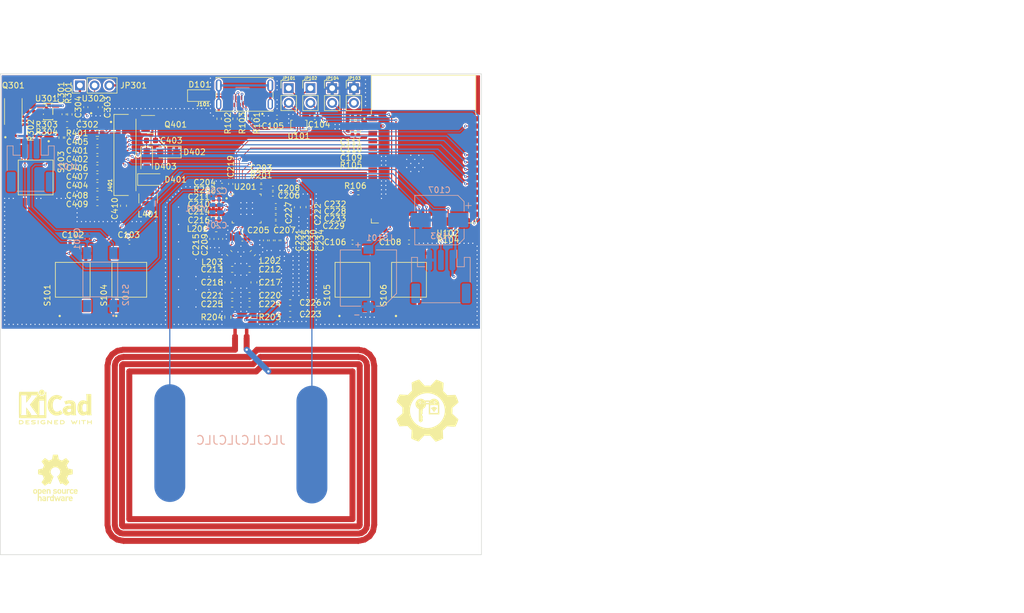
<source format=kicad_pcb>
(kicad_pcb (version 20211014) (generator pcbnew)

  (general
    (thickness 1.59)
  )

  (paper "A4")
  (layers
    (0 "F.Cu" signal)
    (1 "In1.Cu" power)
    (2 "In2.Cu" power)
    (31 "B.Cu" signal)
    (32 "B.Adhes" user "B.Adhesive")
    (33 "F.Adhes" user "F.Adhesive")
    (34 "B.Paste" user)
    (35 "F.Paste" user)
    (36 "B.SilkS" user "B.Silkscreen")
    (37 "F.SilkS" user "F.Silkscreen")
    (38 "B.Mask" user)
    (39 "F.Mask" user)
    (40 "Dwgs.User" user "User.Drawings")
    (41 "Cmts.User" user "User.Comments")
    (42 "Eco1.User" user "User.Eco1")
    (43 "Eco2.User" user "User.Eco2")
    (44 "Edge.Cuts" user)
    (45 "Margin" user)
    (46 "B.CrtYd" user "B.Courtyard")
    (47 "F.CrtYd" user "F.Courtyard")
    (48 "B.Fab" user)
    (49 "F.Fab" user)
    (50 "User.1" user)
    (51 "User.2" user)
    (52 "User.3" user)
    (53 "User.4" user)
    (54 "User.5" user)
    (55 "User.6" user)
    (56 "User.7" user)
    (57 "User.8" user)
    (58 "User.9" user)
  )

  (setup
    (stackup
      (layer "F.SilkS" (type "Top Silk Screen") (color "White"))
      (layer "F.Paste" (type "Top Solder Paste"))
      (layer "F.Mask" (type "Top Solder Mask") (color "Green") (thickness 0.01))
      (layer "F.Cu" (type "copper") (thickness 0.035))
      (layer "dielectric 1" (type "core") (thickness 0.2) (material "FR4") (epsilon_r 4.6) (loss_tangent 0.02))
      (layer "In1.Cu" (type "copper") (thickness 0.0175))
      (layer "dielectric 2" (type "prepreg") (thickness 1.065) (material "FR4") (epsilon_r 4.6) (loss_tangent 0.02))
      (layer "In2.Cu" (type "copper") (thickness 0.0175))
      (layer "dielectric 3" (type "core") (thickness 0.2) (material "FR4") (epsilon_r 4.6) (loss_tangent 0.02))
      (layer "B.Cu" (type "copper") (thickness 0.035))
      (layer "B.Mask" (type "Bottom Solder Mask") (color "Green") (thickness 0.01))
      (layer "B.Paste" (type "Bottom Solder Paste"))
      (layer "B.SilkS" (type "Bottom Silk Screen") (color "White"))
      (copper_finish "ENIG")
      (dielectric_constraints yes)
    )
    (pad_to_mask_clearance 0.05)
    (solder_mask_min_width 0.2)
    (pcbplotparams
      (layerselection 0x00010fc_ffffffff)
      (disableapertmacros false)
      (usegerberextensions true)
      (usegerberattributes true)
      (usegerberadvancedattributes true)
      (creategerberjobfile true)
      (svguseinch false)
      (svgprecision 6)
      (excludeedgelayer true)
      (plotframeref false)
      (viasonmask false)
      (mode 1)
      (useauxorigin false)
      (hpglpennumber 1)
      (hpglpenspeed 20)
      (hpglpendiameter 15.000000)
      (dxfpolygonmode true)
      (dxfimperialunits true)
      (dxfusepcbnewfont true)
      (psnegative false)
      (psa4output false)
      (plotreference true)
      (plotvalue true)
      (plotinvisibletext false)
      (sketchpadsonfab false)
      (subtractmaskfromsilk true)
      (outputformat 1)
      (mirror false)
      (drillshape 0)
      (scaleselection 1)
      (outputdirectory "out/")
    )
  )

  (net 0 "")
  (net 1 "Net-(AE202-Pad1)")
  (net 2 "Net-(AE202-Pad2)")
  (net 3 "GND")
  (net 4 "+3V3")
  (net 5 "Net-(C404-Pad2)")
  (net 6 "Net-(C405-Pad2)")
  (net 7 "Net-(C406-Pad2)")
  (net 8 "Net-(C407-Pad2)")
  (net 9 "Net-(C408-Pad2)")
  (net 10 "Net-(C409-Pad2)")
  (net 11 "Net-(C410-Pad1)")
  (net 12 "+5V")
  (net 13 "USB_VBUS")
  (net 14 "MISO")
  (net 15 "MOSI")
  (net 16 "Net-(C209-Pad1)")
  (net 17 "Net-(C210-Pad1)")
  (net 18 "USB_D+")
  (net 19 "USB_D-")
  (net 20 "LED_DATA")
  (net 21 "+BATT")
  (net 22 "-BATT")
  (net 23 "SCLK")
  (net 24 "Net-(J401-Pad1)")
  (net 25 "unconnected-(J401-Pad6)")
  (net 26 "unconnected-(J401-Pad7)")
  (net 27 "DISP_BS")
  (net 28 "DISP_BUSY_N")
  (net 29 "DISP_RST")
  (net 30 "DISP_DC")
  (net 31 "DISP_SS_N")
  (net 32 "NFC_SS_N")
  (net 33 "NFC_IRQ")
  (net 34 "unconnected-(J401-Pad17)")
  (net 35 "unconnected-(J401-Pad19)")
  (net 36 "BUZZER")
  (net 37 "unconnected-(Q301-Pad1)")
  (net 38 "Net-(Q301-Pad4)")
  (net 39 "Net-(Q301-Pad5)")
  (net 40 "unconnected-(S101-Pad2)")
  (net 41 "unconnected-(S101-Pad1)")
  (net 42 "SW1")
  (net 43 "unconnected-(S102-Pad2)")
  (net 44 "unconnected-(J101-PadA1)")
  (net 45 "SW5")
  (net 46 "unconnected-(J101-PadA2)")
  (net 47 "unconnected-(J101-PadA3)")
  (net 48 "unconnected-(S104-Pad2)")
  (net 49 "unconnected-(S104-Pad1)")
  (net 50 "SW2")
  (net 51 "unconnected-(S105-Pad2)")
  (net 52 "Net-(J101-PadA5)")
  (net 53 "SW3")
  (net 54 "unconnected-(J101-PadA8)")
  (net 55 "unconnected-(J101-PadA10)")
  (net 56 "SW4")
  (net 57 "ESP_EN")
  (net 58 "ESP_BOOT")
  (net 59 "unconnected-(J101-PadA11)")
  (net 60 "ESP_D-")
  (net 61 "ESP_D+")
  (net 62 "unconnected-(J101-PadB1)")
  (net 63 "unconnected-(J101-PadB2)")
  (net 64 "SENSE_BAT")
  (net 65 "Net-(C212-Pad1)")
  (net 66 "/NFC/RFO1")
  (net 67 "/NFC/RFO2")
  (net 68 "/NFC/TRIM1_3")
  (net 69 "/NFC/TRIM2_3")
  (net 70 "/NFC/TRIM1_2")
  (net 71 "/NFC/TRIM2_2")
  (net 72 "Net-(R201-Pad2)")
  (net 73 "unconnected-(U201-Pad28)")
  (net 74 "Net-(R202-Pad2)")
  (net 75 "Net-(C213-Pad2)")
  (net 76 "Net-(C202-Pad2)")
  (net 77 "Net-(C201-Pad2)")
  (net 78 "/NFC/TRIM1_1")
  (net 79 "/NFC/TRIM2_1")
  (net 80 "/NFC/TRIM1_0")
  (net 81 "/NFC/TRIM2_0")
  (net 82 "/NFC/RFI1")
  (net 83 "/NFC/RFI2")
  (net 84 "Net-(C214-Pad1)")
  (net 85 "Net-(R302-Pad1)")
  (net 86 "unconnected-(U301-Pad4)")
  (net 87 "Net-(C301-Pad1)")
  (net 88 "Net-(AE201-Pad1)")
  (net 89 "Net-(AE201-Pad2)")
  (net 90 "Net-(C205-Pad1)")
  (net 91 "Net-(C206-Pad2)")
  (net 92 "TRIM1")
  (net 93 "TRIM2")
  (net 94 "Net-(C403-Pad1)")
  (net 95 "Net-(C403-Pad2)")
  (net 96 "unconnected-(J401-Pad4)")
  (net 97 "Net-(J401-Pad3)")
  (net 98 "Net-(C303-Pad1)")
  (net 99 "unconnected-(J101-PadB3)")
  (net 100 "Net-(J101-PadB5)")
  (net 101 "unconnected-(J101-PadB8)")
  (net 102 "unconnected-(J101-PadB10)")
  (net 103 "unconnected-(J101-PadB11)")
  (net 104 "Net-(J101-PadS1)")
  (net 105 "Net-(J103-Pad2)")
  (net 106 "Net-(JP101-Pad1)")
  (net 107 "Net-(JP102-Pad1)")
  (net 108 "Net-(R106-Pad2)")
  (net 109 "Net-(S102-Pad3)")
  (net 110 "unconnected-(S103-Pad3)")
  (net 111 "unconnected-(S103-Pad4)")
  (net 112 "unconnected-(S105-Pad1)")
  (net 113 "unconnected-(S106-Pad1)")
  (net 114 "unconnected-(S106-Pad2)")
  (net 115 "unconnected-(U102-Pad9)")
  (net 116 "unconnected-(U102-Pad10)")
  (net 117 "unconnected-(U102-Pad12)")
  (net 118 "unconnected-(U102-Pad15)")
  (net 119 "unconnected-(U102-Pad17)")
  (net 120 "unconnected-(U102-Pad18)")
  (net 121 "unconnected-(U102-Pad19)")
  (net 122 "unconnected-(U102-Pad26)")
  (net 123 "unconnected-(U102-Pad28)")
  (net 124 "unconnected-(U102-Pad29)")
  (net 125 "unconnected-(U102-Pad30)")
  (net 126 "unconnected-(U102-Pad36)")
  (net 127 "unconnected-(U102-Pad37)")
  (net 128 "unconnected-(U102-Pad38)")
  (net 129 "unconnected-(U101-Pad4)")
  (net 130 "unconnected-(U101-Pad5)")

  (footprint "Capacitor_SMD:C_0603_1608Metric" (layer "F.Cu") (at 46.75 43.25))

  (footprint "Capacitor_SMD:C_0402_1005Metric" (layer "F.Cu") (at 77.52 52.75))

  (footprint "Resistor_SMD:R_0603_1608Metric" (layer "F.Cu") (at 73.75 69 -90))

  (footprint "Capacitor_SMD:C_0603_1608Metric" (layer "F.Cu") (at 73 66.75 180))

  (footprint "Capacitor_SMD:C_0402_1005Metric" (layer "F.Cu") (at 68 55.5 -90))

  (footprint "FH34SRJ-24S-0:HRS_FH34SRJ-24S-0.5SH(99)" (layer "F.Cu") (at 51.5 41 90))

  (footprint "FS8205A:SOP65P640X120-8N" (layer "F.Cu") (at 32.25 33.5 90))

  (footprint "Capacitor_SMD:C_0402_1005Metric" (layer "F.Cu") (at 71.75 55.5))

  (footprint "NCP167BMX330TBG:REG_NCP167BMX330TBG" (layer "F.Cu") (at 46 32.75 90))

  (footprint "Resistor_SMD:R_0402_1005Metric" (layer "F.Cu") (at 35.25 33.5 180))

  (footprint "Resistor_SMD:R_0402_1005Metric" (layer "F.Cu") (at 67.75 34.75 -90))

  (footprint "ST25R3911B-AQFT:QFN50P500X500X100-33N" (layer "F.Cu") (at 72.5 50.25))

  (footprint "Resistor_SMD:R_0603_1608Metric" (layer "F.Cu") (at 46.75 37.25))

  (footprint "Capacitor_SMD:C_0402_1005Metric" (layer "F.Cu") (at 75 45.5 180))

  (footprint "Capacitor_SMD:C_0402_1005Metric" (layer "F.Cu") (at 66.75 51.77 90))

  (footprint "Capacitor_SMD:C_0402_1005Metric" (layer "F.Cu") (at 77.02 46.75 180))

  (footprint "Symbol:KiCad-Logo2_5mm_SilkScreen" (layer "F.Cu") (at 39.5 84.5))

  (footprint "Capacitor_SMD:C_0402_1005Metric" (layer "F.Cu") (at 66.75 49.25 -90))

  (footprint "Capacitor_SMD:C_0603_1608Metric" (layer "F.Cu") (at 56 38.5 180))

  (footprint "Diode_SMD:D_SOD-123F" (layer "F.Cu") (at 59 40.5 180))

  (footprint "Diode_SMD:D_SOD-123F" (layer "F.Cu") (at 55.9 45.25))

  (footprint "Antenna:Antenna_NFC" (layer "F.Cu") (at 71 91 -90))

  (footprint "Capacitor_SMD:C_0402_1005Metric" (layer "F.Cu") (at 75.75 55.75 -90))

  (footprint "Connector_PinHeader_2.54mm:PinHeader_1x02_P2.54mm_Vertical" (layer "F.Cu") (at 79.75 29.475))

  (footprint "Resistor_SMD:R_0402_1005Metric" (layer "F.Cu") (at 75 46.5 180))

  (footprint "Resistor_SMD:R_0402_1005Metric" (layer "F.Cu") (at 91.75 37 90))

  (footprint "Capacitor_SMD:C_0402_1005Metric" (layer "F.Cu") (at 90.75 56.05 180))

  (footprint "Capacitor_SMD:C_0402_1005Metric" (layer "F.Cu")
    (tedit 5F68FEEE) (tstamp 4bdde084-d87f-4b06-97a4-ba17eb9193b1)
    (at 90.75 37 -90)
    (descr "Capacitor SMD 0402 (1005 Metric), square (rectangular) end terminal, IPC_7351 nominal, (Body size source: IPC-SM-782 page 76, https://www.pcb-3d.com/wordpress/wp-content/uploads/ipc-sm-782a_amendment_1_and_2.pdf), generated with kicad-footprint-generator")
    (tags "capacitor")
    (property "MANUFACTURER" "Murata Electronics")
    (property "MPN" "GRM155R61E105KA12D")
    (property "Sheetfile" "FabReader2.kicad_sch")
    (property "Sheetname" "")
    (property "Type" "X5R")
    (path "/b86f5392-7f66-41fe-a38a-6ac043200151")
    (attr smd)
    (fp_text reference "C109" (at 4.5 0.25 180) (layer "F.SilkS")
      (effects (font (size 1 1) (thickness 0.15)))
      (tstamp 85f0956c-f5e0-419c-842d-85007a71cd40)
    )
    (fp_text value "1µF" (at 0 1.16 90) (layer "F.Fab")
      (effects (font (size 1 1) (thickness 0.15)))
      (tstamp 4cfd7492-9cda-4c65-b1d4-15236b48544e)
    )
    (fp_text user "${REFERENCE}" (
... [2162372 chars truncated]
</source>
